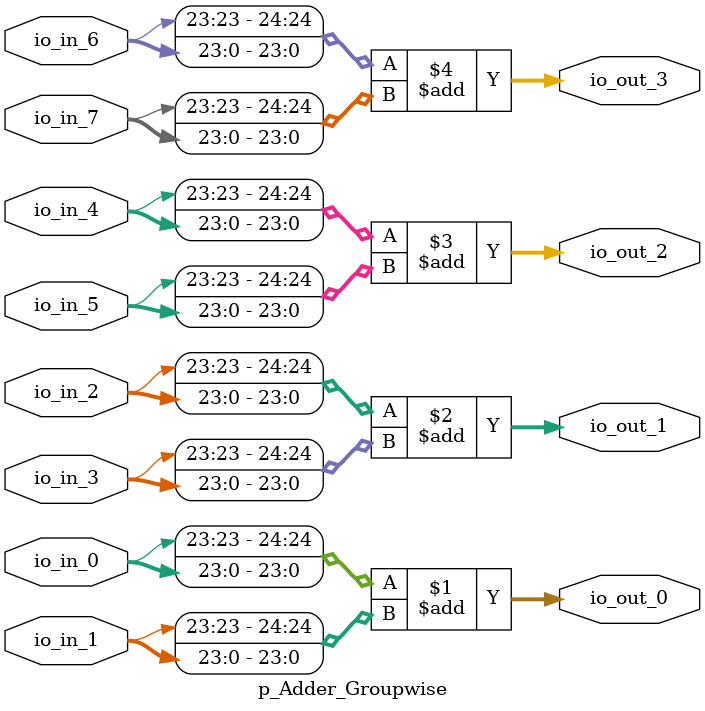
<source format=sv>
module p_Adder_Groupwise(
  input  [23:0] io_in_0,
                io_in_1,
                io_in_2,
                io_in_3,
                io_in_4,
                io_in_5,
                io_in_6,
                io_in_7,
  output [24:0] io_out_0,
                io_out_1,
                io_out_2,
                io_out_3
);

  assign io_out_0 = {io_in_0[23], io_in_0} + {io_in_1[23], io_in_1};
  assign io_out_1 = {io_in_2[23], io_in_2} + {io_in_3[23], io_in_3};
  assign io_out_2 = {io_in_4[23], io_in_4} + {io_in_5[23], io_in_5};
  assign io_out_3 = {io_in_6[23], io_in_6} + {io_in_7[23], io_in_7};
endmodule


</source>
